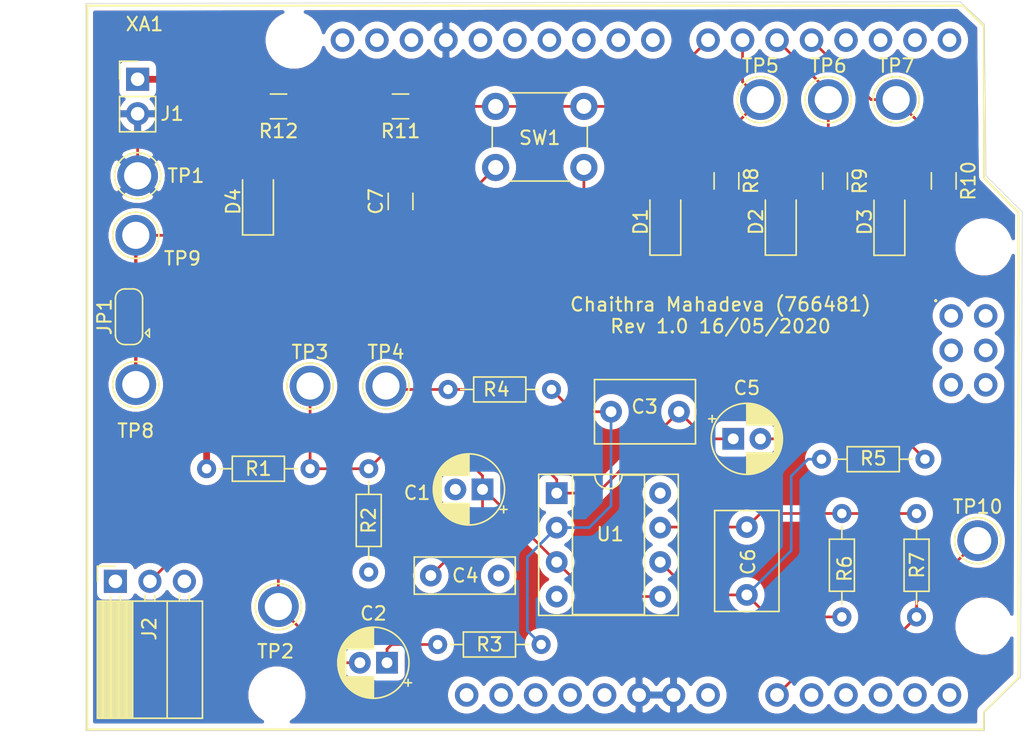
<source format=kicad_pcb>
(kicad_pcb (version 20171130) (host pcbnew "(5.1.5)-3")
  (title_block (title "24 GHz Radar for Movement Detection") (date 2020-05-16) (rev V1.1) (company "Communication major H-da"))
  (layers (0 F.Cu signal) (1 In1.Cu signal) (2 In2.Cu power) (31 B.Cu signal) (34 B.Paste user) (35 F.Paste user) (36 B.SilkS user) (37 F.SilkS user) (38 B.Mask user) (39 F.Mask user) (44 Edge.Cuts user))
  (net 0 "")
  (net 1 "Net-(C1-Pad1)")
  (net 2 GNDA)
  (net 3 /Vin)
  (net 4 "Net-(C2-Pad1)")
  (net 5 "Net-(C3-Pad2)")
  (net 6 "Net-(C3-Pad1)")
  (net 7 "Net-(C5-Pad2)")
  (net 8 "Net-(C6-Pad1)")
  (net 9 "Net-(C6-Pad2)")
  (net 10 GNDD)
  (net 11 "Net-(C7-Pad2)")
  (net 12 "Net-(D1-Pad2)")
  (net 13 "Net-(D2-Pad2)")
  (net 14 "Net-(D3-Pad2)")
  (net 15 "Net-(D4-Pad2)")
  (net 16 GND)
  (net 17 VCC)
  (net 18 /Vout)
  (net 19 "Net-(XA1-PadMISO)")
  (net 20 "Net-(XA1-PadA5)")
  (net 21 "Net-(XA1-PadA4)")
  (net 22 "Net-(XA1-PadA3)")
  (net 23 "Net-(XA1-PadA2)")
  (net 24 "Net-(XA1-PadA1)")
  (net 25 "Net-(XA1-PadD11)")
  (net 26 "Net-(XA1-PadD12)")
  (net 27 "Net-(XA1-PadD13)")
  (net 28 "Net-(XA1-PadAREF)")
  (net 29 "Net-(XA1-PadSDA)")
  (net 30 "Net-(XA1-PadSCL)")
  (net 31 "Net-(XA1-PadD10)")
  (net 32 "Net-(XA1-PadD9)")
  (net 33 "Net-(XA1-PadD8)")
  (net 34 "Net-(XA1-PadD3)")
  (net 35 "Net-(XA1-PadD2)")
  (net 36 "Net-(XA1-PadD1)")
  (net 37 "Net-(XA1-PadD0)")
  (net 38 "Net-(XA1-PadIORF)")
  (net 39 "Net-(XA1-PadRST1)")
  (net 40 "Net-(XA1-Pad3V3)")
  (net 41 "Net-(XA1-PadVIN)")
  (net 42 "Net-(XA1-Pad5V2)")
  (net 43 "Net-(XA1-PadSCK)")
  (net 44 "Net-(XA1-PadMOSI)")
  (net 45 "Net-(XA1-PadGND4)")
  (net 46 "Net-(XA1-PadRST2)")
  (net 47 "Net-(R8-Pad1)")
  (net 48 "Net-(R9-Pad1)")
  (net 49 "Net-(R10-Pad1)")
  (module Arduino_uno:Arduino_Uno_Shield (layer F.Cu) (at 68.425001 111.415001)
    (fp_text reference XA1 (at 4.218999 -51.979001) (layer F.SilkS))
    (fp_text value Arduino)
    (fp_text user . (at 62.484 -32.004) (layer F.SilkS))
    (pad MISO thru_hole oval (at 63.627 -30.48) (size 1.7272 1.7272) (drill 1.016) (layers *.Cu *.Mask) (net 19 "Net-(XA1-PadMISO)"))
    (pad A5 thru_hole oval (at 63.5 -2.54) (size 1.7272 1.7272) (drill 1.016) (layers *.Cu *.Mask) (net 20 "Net-(XA1-PadA5)"))
    (pad A4 thru_hole oval (at 60.96 -2.54) (size 1.7272 1.7272) (drill 1.016) (layers *.Cu *.Mask) (net 21 "Net-(XA1-PadA4)"))
    (pad A3 thru_hole oval (at 58.42 -2.54) (size 1.7272 1.7272) (drill 1.016) (layers *.Cu *.Mask) (net 22 "Net-(XA1-PadA3)"))
    (pad A2 thru_hole oval (at 55.88 -2.54) (size 1.7272 1.7272) (drill 1.016) (layers *.Cu *.Mask) (net 23 "Net-(XA1-PadA2)"))
    (pad A1 thru_hole oval (at 53.34 -2.54) (size 1.7272 1.7272) (drill 1.016) (layers *.Cu *.Mask) (net 24 "Net-(XA1-PadA1)"))
    (pad "" thru_hole oval (at 27.94 -2.54) (size 1.7272 1.7272) (drill 1.016) (layers *.Cu *.Mask))
    (pad D11 thru_hole oval (at 34.036 -50.8) (size 1.7272 1.7272) (drill 1.016) (layers *.Cu *.Mask) (net 25 "Net-(XA1-PadD11)"))
    (pad D12 thru_hole oval (at 31.496 -50.8) (size 1.7272 1.7272) (drill 1.016) (layers *.Cu *.Mask) (net 26 "Net-(XA1-PadD12)"))
    (pad D13 thru_hole oval (at 28.956 -50.8) (size 1.7272 1.7272) (drill 1.016) (layers *.Cu *.Mask) (net 27 "Net-(XA1-PadD13)"))
    (pad AREF thru_hole oval (at 23.876 -50.8) (size 1.7272 1.7272) (drill 1.016) (layers *.Cu *.Mask) (net 28 "Net-(XA1-PadAREF)"))
    (pad SDA thru_hole oval (at 21.336 -50.8) (size 1.7272 1.7272) (drill 1.016) (layers *.Cu *.Mask) (net 29 "Net-(XA1-PadSDA)"))
    (pad SCL thru_hole oval (at 18.796 -50.8) (size 1.7272 1.7272) (drill 1.016) (layers *.Cu *.Mask) (net 30 "Net-(XA1-PadSCL)"))
    (pad "" np_thru_hole circle (at 13.97 -2.54) (size 3.2 3.2) (drill 3.2) (layers *.Cu *.Mask))
    (pad "" np_thru_hole circle (at 15.24 -50.8) (size 3.2 3.2) (drill 3.2) (layers *.Cu *.Mask))
    (pad "" np_thru_hole circle (at 66.04 -35.56) (size 3.2 3.2) (drill 3.2) (layers *.Cu *.Mask))
    (pad "" np_thru_hole circle (at 66.04 -7.62) (size 3.2 3.2) (drill 3.2) (layers *.Cu *.Mask))
    (pad D10 thru_hole oval (at 36.576 -50.8) (size 1.7272 1.7272) (drill 1.016) (layers *.Cu *.Mask) (net 31 "Net-(XA1-PadD10)"))
    (pad D9 thru_hole oval (at 39.116 -50.8) (size 1.7272 1.7272) (drill 1.016) (layers *.Cu *.Mask) (net 32 "Net-(XA1-PadD9)"))
    (pad D8 thru_hole oval (at 41.656 -50.8) (size 1.7272 1.7272) (drill 1.016) (layers *.Cu *.Mask) (net 33 "Net-(XA1-PadD8)"))
    (pad GND1 thru_hole oval (at 26.416 -50.8) (size 1.7272 1.7272) (drill 1.016) (layers *.Cu *.Mask) (net 16 GND))
    (pad D7 thru_hole oval (at 45.72 -50.8) (size 1.7272 1.7272) (drill 1.016) (layers *.Cu *.Mask) (net 11 "Net-(C7-Pad2)"))
    (pad D6 thru_hole oval (at 48.26 -50.8) (size 1.7272 1.7272) (drill 1.016) (layers *.Cu *.Mask) (net 47 "Net-(R8-Pad1)"))
    (pad D5 thru_hole oval (at 50.8 -50.8) (size 1.7272 1.7272) (drill 1.016) (layers *.Cu *.Mask) (net 48 "Net-(R9-Pad1)"))
    (pad D4 thru_hole oval (at 53.34 -50.8) (size 1.7272 1.7272) (drill 1.016) (layers *.Cu *.Mask) (net 49 "Net-(R10-Pad1)"))
    (pad D3 thru_hole oval (at 55.88 -50.8) (size 1.7272 1.7272) (drill 1.016) (layers *.Cu *.Mask) (net 34 "Net-(XA1-PadD3)"))
    (pad D2 thru_hole oval (at 58.42 -50.8) (size 1.7272 1.7272) (drill 1.016) (layers *.Cu *.Mask) (net 35 "Net-(XA1-PadD2)"))
    (pad D1 thru_hole oval (at 60.96 -50.8) (size 1.7272 1.7272) (drill 1.016) (layers *.Cu *.Mask) (net 36 "Net-(XA1-PadD1)"))
    (pad D0 thru_hole oval (at 63.5 -50.8) (size 1.7272 1.7272) (drill 1.016) (layers *.Cu *.Mask) (net 37 "Net-(XA1-PadD0)"))
    (pad IORF thru_hole oval (at 30.48 -2.54) (size 1.7272 1.7272) (drill 1.016) (layers *.Cu *.Mask) (net 38 "Net-(XA1-PadIORF)"))
    (pad RST1 thru_hole oval (at 33.02 -2.54) (size 1.7272 1.7272) (drill 1.016) (layers *.Cu *.Mask) (net 39 "Net-(XA1-PadRST1)"))
    (pad 3V3 thru_hole oval (at 35.56 -2.54) (size 1.7272 1.7272) (drill 1.016) (layers *.Cu *.Mask) (net 40 "Net-(XA1-Pad3V3)"))
    (pad 5V1 thru_hole oval (at 38.1 -2.54) (size 1.7272 1.7272) (drill 1.016) (layers *.Cu *.Mask) (net 17 VCC))
    (pad GND2 thru_hole oval (at 40.64 -2.54) (size 1.7272 1.7272) (drill 1.016) (layers *.Cu *.Mask) (net 16 GND))
    (pad GND3 thru_hole oval (at 43.18 -2.54) (size 1.7272 1.7272) (drill 1.016) (layers *.Cu *.Mask) (net 16 GND))
    (pad VIN thru_hole oval (at 45.72 -2.54) (size 1.7272 1.7272) (drill 1.016) (layers *.Cu *.Mask) (net 41 "Net-(XA1-PadVIN)"))
    (pad A0 thru_hole oval (at 50.8 -2.54) (size 1.7272 1.7272) (drill 1.016) (layers *.Cu *.Mask) (net 18 /Vout))
    (pad 5V2 thru_hole oval (at 66.167 -30.48) (size 1.7272 1.7272) (drill 1.016) (layers *.Cu *.Mask) (net 42 "Net-(XA1-Pad5V2)"))
    (pad SCK thru_hole oval (at 63.627 -27.94) (size 1.7272 1.7272) (drill 1.016) (layers *.Cu *.Mask) (net 43 "Net-(XA1-PadSCK)"))
    (pad MOSI thru_hole oval (at 66.167 -27.94) (size 1.7272 1.7272) (drill 1.016) (layers *.Cu *.Mask) (net 44 "Net-(XA1-PadMOSI)"))
    (pad GND4 thru_hole oval (at 66.167 -25.4) (size 1.7272 1.7272) (drill 1.016) (layers *.Cu *.Mask) (net 45 "Net-(XA1-PadGND4)"))
    (pad RST2 thru_hole oval (at 63.627 -25.4) (size 1.7272 1.7272) (drill 1.016) (layers *.Cu *.Mask) (net 46 "Net-(XA1-PadRST2)"))
  )
  (module Connector_PinSocket_2.54mm:PinSocket_1x03_P2.54mm_Horizontal (layer F.Cu) (at 70.5 100.5 90)
    (fp_text reference J2 (at -3.5 2.5 90) (layer F.SilkS))
    (fp_text value Conn_01x03_Female)
    (pad 1 thru_hole rect (at 0 0 90) (size 1.7 1.7) (drill 1) (layers *.Cu *.Mask) (net 2 GNDA))
    (pad 2 thru_hole oval (at 0 2.54 90) (size 1.7 1.7) (drill 1) (layers *.Cu *.Mask) (net 3 /Vin))
    (pad 3 thru_hole oval (at 0 5.08 90) (size 1.7 1.7) (drill 1) (layers *.Cu *.Mask) (net 17 VCC))
  )
  (module TestPoint:TestPoint_Plated_Hole_D2.0mm (layer F.Cu) (at 72 75)
    (fp_text reference TP9 (at 3.438 1.708) (layer F.SilkS))
    (fp_text value GNDD)
    (pad 1 thru_hole circle (at 0 0) (size 3 3) (drill 2) (layers *.Cu *.Mask) (net 10 GNDD))
  )
  (module TestPoint:TestPoint_Plated_Hole_D2.0mm (layer F.Cu) (at 72.136 70.612)
    (fp_text reference TP1 (at 3.556 0) (layer F.SilkS))
    (fp_text value GND)
    (pad 1 thru_hole circle (at 0 0) (size 3 3) (drill 2) (layers *.Cu *.Mask) (net 16 GND))
  )
  (module TestPoint:TestPoint_Plated_Hole_D2.0mm (layer F.Cu) (at 118 65)
    (fp_text reference TP5 (at 0 -2.498) (layer F.SilkS))
    (fp_text value AUC1)
    (pad 1 thru_hole circle (at 0 0) (size 3 3) (drill 2) (layers *.Cu *.Mask) (net 47 "Net-(R8-Pad1)"))
  )
  (module TestPoint:TestPoint_Plated_Hole_D2.0mm (layer F.Cu) (at 123 65)
    (fp_text reference TP6 (at 0 -2.498) (layer F.SilkS))
    (fp_text value AUS2)
    (pad 1 thru_hole circle (at 0 0) (size 3 3) (drill 2) (layers *.Cu *.Mask) (net 48 "Net-(R9-Pad1)"))
  )
  (module TestPoint:TestPoint_Plated_Hole_D2.0mm (layer F.Cu) (at 128 65)
    (fp_text reference TP7 (at 0 -2.498) (layer F.SilkS))
    (fp_text value AUS3)
    (pad 1 thru_hole circle (at 0 0) (size 3 3) (drill 2) (layers *.Cu *.Mask) (net 49 "Net-(R10-Pad1)"))
  )
  (module Capacitor_THT:CP_Radial_D5.0mm_P2.00mm (layer F.Cu) (at 97.536 93.726 180)
    (fp_text reference C1 (at 4.826 -0.254) (layer F.SilkS))
    (fp_text value 22u)
    (pad 1 thru_hole rect (at 0 0 180) (size 1.6 1.6) (drill 0.8) (layers *.Cu *.Mask) (net 1 "Net-(C1-Pad1)"))
    (pad 2 thru_hole circle (at 2 0 180) (size 1.6 1.6) (drill 0.8) (layers *.Cu *.Mask) (net 2 GNDA))
  )
  (module Capacitor_THT:CP_Radial_D5.0mm_P2.00mm (layer F.Cu) (at 90.5 106.5 180)
    (fp_text reference C2 (at 1 3.63) (layer F.SilkS))
    (fp_text value 4.7u)
    (pad 2 thru_hole circle (at 2 0 180) (size 1.6 1.6) (drill 0.8) (layers *.Cu *.Mask) (net 3 /Vin))
    (pad 1 thru_hole rect (at 0 0 180) (size 1.6 1.6) (drill 0.8) (layers *.Cu *.Mask) (net 4 "Net-(C2-Pad1)"))
  )
  (module Capacitor_THT:C_Rect_L7.2mm_W4.5mm_P5.00mm_FKS2_FKP2_MKS2_MKP2 (layer F.Cu) (at 107 88)
    (fp_text reference C3 (at 2.474 -0.37) (layer F.SilkS))
    (fp_text value 1.5n)
    (pad 2 thru_hole circle (at 5 0) (size 1.6 1.6) (drill 0.8) (layers *.Cu *.Mask) (net 5 "Net-(C3-Pad2)"))
    (pad 1 thru_hole circle (at 0 0) (size 1.6 1.6) (drill 0.8) (layers *.Cu *.Mask) (net 6 "Net-(C3-Pad1)"))
  )
  (module Capacitor_THT:C_Rect_L7.2mm_W2.5mm_P5.00mm_FKS2_FKP2_MKS2_MKP2 (layer F.Cu) (at 93.726 100.076)
    (fp_text reference C4 (at 2.54 0) (layer F.SilkS))
    (fp_text value 100n)
    (pad 1 thru_hole circle (at 0 0) (size 1.6 1.6) (drill 0.8) (layers *.Cu *.Mask) (net 1 "Net-(C1-Pad1)"))
    (pad 2 thru_hole circle (at 5 0) (size 1.6 1.6) (drill 0.8) (layers *.Cu *.Mask) (net 2 GNDA))
  )
  (module Capacitor_THT:CP_Radial_D5.0mm_P2.00mm (layer F.Cu) (at 116 90)
    (fp_text reference C5 (at 1 -3.75) (layer F.SilkS))
    (fp_text value 4.7u)
    (pad 1 thru_hole rect (at 0 0) (size 1.6 1.6) (drill 0.8) (layers *.Cu *.Mask) (net 5 "Net-(C3-Pad2)"))
    (pad 2 thru_hole circle (at 2 0) (size 1.6 1.6) (drill 0.8) (layers *.Cu *.Mask) (net 7 "Net-(C5-Pad2)"))
  )
  (module Capacitor_THT:C_Rect_L7.2mm_W4.5mm_P5.00mm_FKS2_FKP2_MKS2_MKP2 (layer F.Cu) (at 117 96.5 270)
    (fp_text reference C6 (at 2.56 -0.094 90) (layer F.SilkS))
    (fp_text value 3.3n)
    (pad 1 thru_hole circle (at 0 0 270) (size 1.6 1.6) (drill 0.8) (layers *.Cu *.Mask) (net 8 "Net-(C6-Pad1)"))
    (pad 2 thru_hole circle (at 5 0 270) (size 1.6 1.6) (drill 0.8) (layers *.Cu *.Mask) (net 9 "Net-(C6-Pad2)"))
  )
  (module Capacitor_SMD:C_1206_3216Metric_Pad1.42x1.75mm_HandSolder (layer F.Cu) (at 91.5 72.5 90)
    (fp_text reference C7 (at 0 -1.82 90) (layer F.SilkS))
    (fp_text value 100n)
    (pad 1 smd roundrect (at -1.4875 0 90) (size 1.425 1.75) (layers F.Cu F.Paste F.Mask) (roundrect_rratio 0.175439) (net 10 GNDD))
    (pad 2 smd roundrect (at 1.4875 0 90) (size 1.425 1.75) (layers F.Cu F.Paste F.Mask) (roundrect_rratio 0.175439) (net 11 "Net-(C7-Pad2)"))
  )
  (module LED_SMD:LED_1206_3216Metric_Pad1.42x1.75mm_HandSolder (layer F.Cu) (at 111 74 90)
    (fp_text reference D1 (at 0 -1.82 90) (layer F.SilkS))
    (fp_text value Yellow)
    (pad 1 smd roundrect (at -1.4875 0 90) (size 1.425 1.75) (layers F.Cu F.Paste F.Mask) (roundrect_rratio 0.175439) (net 10 GNDD))
    (pad 2 smd roundrect (at 1.4875 0 90) (size 1.425 1.75) (layers F.Cu F.Paste F.Mask) (roundrect_rratio 0.175439) (net 12 "Net-(D1-Pad2)"))
  )
  (module LED_SMD:LED_1206_3216Metric_Pad1.42x1.75mm_HandSolder (layer F.Cu) (at 119.5 74 90)
    (fp_text reference D2 (at 0 -1.82 90) (layer F.SilkS))
    (fp_text value Green)
    (pad 2 smd roundrect (at 1.4875 0 90) (size 1.425 1.75) (layers F.Cu F.Paste F.Mask) (roundrect_rratio 0.175439) (net 13 "Net-(D2-Pad2)"))
    (pad 1 smd roundrect (at -1.4875 0 90) (size 1.425 1.75) (layers F.Cu F.Paste F.Mask) (roundrect_rratio 0.175439) (net 10 GNDD))
  )
  (module LED_SMD:LED_1206_3216Metric_Pad1.42x1.75mm_HandSolder (layer F.Cu) (at 127.5 74.0125 90)
    (fp_text reference D3 (at 0 -1.82 90) (layer F.SilkS))
    (fp_text value Red)
    (pad 1 smd roundrect (at -1.4875 0 90) (size 1.425 1.75) (layers F.Cu F.Paste F.Mask) (roundrect_rratio 0.175439) (net 10 GNDD))
    (pad 2 smd roundrect (at 1.4875 0 90) (size 1.425 1.75) (layers F.Cu F.Paste F.Mask) (roundrect_rratio 0.175439) (net 14 "Net-(D3-Pad2)"))
  )
  (module LED_SMD:LED_1206_3216Metric_Pad1.42x1.75mm_HandSolder (layer F.Cu) (at 81 72.5125 90)
    (fp_text reference D4 (at 0 -1.82 90) (layer F.SilkS))
    (fp_text value "Blue LED")
    (pad 2 smd roundrect (at 1.4875 0 90) (size 1.425 1.75) (layers F.Cu F.Paste F.Mask) (roundrect_rratio 0.175439) (net 15 "Net-(D4-Pad2)"))
    (pad 1 smd roundrect (at -1.4875 0 90) (size 1.425 1.75) (layers F.Cu F.Paste F.Mask) (roundrect_rratio 0.175439) (net 10 GNDD))
  )
  (module TestPoint:TestPoint_Plated_Hole_D2.0mm (layer F.Cu) (at 72 86)
    (fp_text reference TP8 (at 0 3.408) (layer F.SilkS))
    (fp_text value GNDA)
    (pad 1 thru_hole circle (at 0 0) (size 3 3) (drill 2) (layers *.Cu *.Mask) (net 2 GNDA))
  )
  (module Connector_PinHeader_2.54mm:PinHeader_1x02_P2.54mm_Vertical (layer F.Cu) (at 72.136 63.5)
    (fp_text reference J1 (at 2.54 2.54) (layer F.SilkS))
    (fp_text value Conn_01x02_Male)
    (pad 1 thru_hole rect (at 0 0) (size 1.7 1.7) (drill 1) (layers *.Cu *.Mask) (net 17 VCC))
    (pad 2 thru_hole oval (at 0 2.54) (size 1.7 1.7) (drill 1) (layers *.Cu *.Mask) (net 16 GND))
  )
  (module Jumper:SolderJumper-3_P1.3mm_Open_RoundedPad1.0x1.5mm (layer F.Cu) (at 71.5 81 90)
    (fp_text reference JP1 (at 0 -1.8 90) (layer F.SilkS))
    (fp_text value JMP)
    (pad 1 smd custom (at -1.3 0 90) (size 1 0.5) (layers F.Cu F.Mask) (net 2 GNDA) (options (clearance outline) (anchor rect)) (primitives (gr_circle (center 0 0.25) (end 0.5 0.25) (width 0)) (gr_circle (center 0 -0.25) (end 0.5 -0.25) (width 0)) (gr_poly (pts (xy 0.55 -0.75) (xy 0 -0.75) (xy 0 0.75) (xy 0.55 0.75)) (width 0))))
    (pad 3 smd custom (at 1.3 0 90) (size 1 0.5) (layers F.Cu F.Mask) (net 10 GNDD) (options (clearance outline) (anchor rect)) (primitives (gr_circle (center 0 0.25) (end 0.5 0.25) (width 0)) (gr_circle (center 0 -0.25) (end 0.5 -0.25) (width 0)) (gr_poly (pts (xy -0.55 -0.75) (xy 0 -0.75) (xy 0 0.75) (xy -0.55 0.75)) (width 0))))
    (pad 2 smd rect (at 0 0 90) (size 1 1.5) (layers F.Cu F.Mask) (net 16 GND))
  )
  (module Resistor_THT:R_Axial_DIN0204_L3.6mm_D1.6mm_P7.62mm_Horizontal (layer F.Cu) (at 77.216 92.202)
    (fp_text reference R1 (at 3.81 0) (layer F.SilkS))
    (fp_text value 1k)
    (pad 1 thru_hole circle (at 0 0) (size 1.4 1.4) (drill 0.7) (layers *.Cu *.Mask) (net 17 VCC))
    (pad 2 thru_hole oval (at 7.62 0) (size 1.4 1.4) (drill 0.7) (layers *.Cu *.Mask) (net 1 "Net-(C1-Pad1)"))
  )
  (module Resistor_THT:R_Axial_DIN0204_L3.6mm_D1.6mm_P7.62mm_Horizontal (layer F.Cu) (at 89.154 92.202 270)
    (fp_text reference R2 (at 3.81 0 90) (layer F.SilkS))
    (fp_text value 1k)
    (pad 2 thru_hole oval (at 7.62 0 270) (size 1.4 1.4) (drill 0.7) (layers *.Cu *.Mask) (net 2 GNDA))
    (pad 1 thru_hole circle (at 0 0 270) (size 1.4 1.4) (drill 0.7) (layers *.Cu *.Mask) (net 1 "Net-(C1-Pad1)"))
  )
  (module Resistor_THT:R_Axial_DIN0204_L3.6mm_D1.6mm_P7.62mm_Horizontal (layer F.Cu) (at 101.854 105.156 180)
    (fp_text reference R3 (at 3.81 0) (layer F.SilkS))
    (fp_text value 2.2k)
    (pad 1 thru_hole circle (at 0 0 180) (size 1.4 1.4) (drill 0.7) (layers *.Cu *.Mask) (net 6 "Net-(C3-Pad1)"))
    (pad 2 thru_hole oval (at 7.62 0 180) (size 1.4 1.4) (drill 0.7) (layers *.Cu *.Mask) (net 4 "Net-(C2-Pad1)"))
  )
  (module Resistor_THT:R_Axial_DIN0204_L3.6mm_D1.6mm_P7.62mm_Horizontal (layer F.Cu) (at 94.996 86.36)
    (fp_text reference R4 (at 3.556 0) (layer F.SilkS))
    (fp_text value 220k)
    (pad 1 thru_hole circle (at 0 0) (size 1.4 1.4) (drill 0.7) (layers *.Cu *.Mask) (net 5 "Net-(C3-Pad2)"))
    (pad 2 thru_hole oval (at 7.62 0) (size 1.4 1.4) (drill 0.7) (layers *.Cu *.Mask) (net 6 "Net-(C3-Pad1)"))
  )
  (module Resistor_THT:R_Axial_DIN0204_L3.6mm_D1.6mm_P7.62mm_Horizontal (layer F.Cu) (at 122.5 91.5)
    (fp_text reference R5 (at 3.81 -0.06) (layer F.SilkS))
    (fp_text value 2.2k)
    (pad 2 thru_hole oval (at 7.62 0) (size 1.4 1.4) (drill 0.7) (layers *.Cu *.Mask) (net 7 "Net-(C5-Pad2)"))
    (pad 1 thru_hole circle (at 0 0) (size 1.4 1.4) (drill 0.7) (layers *.Cu *.Mask) (net 9 "Net-(C6-Pad2)"))
  )
  (module Resistor_THT:R_Axial_DIN0204_L3.6mm_D1.6mm_P7.62mm_Horizontal (layer F.Cu) (at 124 95.5 270)
    (fp_text reference R6 (at 4.068 -0.206 90) (layer F.SilkS))
    (fp_text value 100k)
    (pad 1 thru_hole circle (at 0 0 270) (size 1.4 1.4) (drill 0.7) (layers *.Cu *.Mask) (net 8 "Net-(C6-Pad1)"))
    (pad 2 thru_hole oval (at 7.62 0 270) (size 1.4 1.4) (drill 0.7) (layers *.Cu *.Mask) (net 9 "Net-(C6-Pad2)"))
  )
  (module Resistor_THT:R_Axial_DIN0204_L3.6mm_D1.6mm_P7.62mm_Horizontal (layer F.Cu) (at 129.5 103.124 90)
    (fp_text reference R7 (at 3.81 0.04 90) (layer F.SilkS))
    (fp_text value 100)
    (pad 2 thru_hole oval (at 7.62 0 90) (size 1.4 1.4) (drill 0.7) (layers *.Cu *.Mask) (net 8 "Net-(C6-Pad1)"))
    (pad 1 thru_hole circle (at 0 0 90) (size 1.4 1.4) (drill 0.7) (layers *.Cu *.Mask) (net 18 /Vout))
  )
  (module Resistor_SMD:R_1206_3216Metric_Pad1.42x1.75mm_HandSolder (layer F.Cu) (at 115.5 70.9875 270)
    (fp_text reference R8 (at 0 -1.82 90) (layer F.SilkS))
    (fp_text value 470)
    (pad 2 smd roundrect (at 1.4875 0 270) (size 1.425 1.75) (layers F.Cu F.Paste F.Mask) (roundrect_rratio 0.175439) (net 12 "Net-(D1-Pad2)"))
    (pad 1 smd roundrect (at -1.4875 0 270) (size 1.425 1.75) (layers F.Cu F.Paste F.Mask) (roundrect_rratio 0.175439) (net 47 "Net-(R8-Pad1)"))
  )
  (module Resistor_SMD:R_1206_3216Metric_Pad1.42x1.75mm_HandSolder (layer F.Cu) (at 123.5 71 270)
    (fp_text reference R9 (at 0 -1.82 90) (layer F.SilkS))
    (fp_text value 470)
    (pad 1 smd roundrect (at -1.4875 0 270) (size 1.425 1.75) (layers F.Cu F.Paste F.Mask) (roundrect_rratio 0.175439) (net 48 "Net-(R9-Pad1)"))
    (pad 2 smd roundrect (at 1.4875 0 270) (size 1.425 1.75) (layers F.Cu F.Paste F.Mask) (roundrect_rratio 0.175439) (net 13 "Net-(D2-Pad2)"))
  )
  (module Resistor_SMD:R_1206_3216Metric_Pad1.42x1.75mm_HandSolder (layer F.Cu) (at 131.5 70.9875 270)
    (fp_text reference R10 (at 0 -1.82 90) (layer F.SilkS))
    (fp_text value 470)
    (pad 2 smd roundrect (at 1.4875 0 270) (size 1.425 1.75) (layers F.Cu F.Paste F.Mask) (roundrect_rratio 0.175439) (net 14 "Net-(D3-Pad2)"))
    (pad 1 smd roundrect (at -1.4875 0 270) (size 1.425 1.75) (layers F.Cu F.Paste F.Mask) (roundrect_rratio 0.175439) (net 49 "Net-(R10-Pad1)"))
  )
  (module Resistor_SMD:R_1206_3216Metric_Pad1.42x1.75mm_HandSolder (layer F.Cu) (at 91.5 65.5 180)
    (fp_text reference R11 (at 0 -1.82) (layer F.SilkS))
    (fp_text value 1k)
    (pad 1 smd roundrect (at -1.4875 0 180) (size 1.425 1.75) (layers F.Cu F.Paste F.Mask) (roundrect_rratio 0.175439) (net 11 "Net-(C7-Pad2)"))
    (pad 2 smd roundrect (at 1.4875 0 180) (size 1.425 1.75) (layers F.Cu F.Paste F.Mask) (roundrect_rratio 0.175439) (net 17 VCC))
  )
  (module Resistor_SMD:R_1206_3216Metric_Pad1.42x1.75mm_HandSolder (layer F.Cu) (at 82.5125 65.5 180)
    (fp_text reference R12 (at 0 -1.82) (layer F.SilkS))
    (fp_text value 470)
    (pad 1 smd roundrect (at -1.4875 0 180) (size 1.425 1.75) (layers F.Cu F.Paste F.Mask) (roundrect_rratio 0.175439) (net 17 VCC))
    (pad 2 smd roundrect (at 1.4875 0 180) (size 1.425 1.75) (layers F.Cu F.Paste F.Mask) (roundrect_rratio 0.175439) (net 15 "Net-(D4-Pad2)"))
  )
  (module TestPoint:TestPoint_Plated_Hole_D2.0mm (layer F.Cu) (at 84.836 86.106)
    (fp_text reference TP3 (at 0 -2.498) (layer F.SilkS))
    (fp_text value OPVCC)
    (pad 1 thru_hole circle (at 0 0) (size 3 3) (drill 2) (layers *.Cu *.Mask) (net 1 "Net-(C1-Pad1)"))
  )
  (module Button_Switch_THT:SW_PUSH_6mm_H4.3mm (layer F.Cu) (at 98.5 65.5)
    (fp_text reference SW1 (at 3.25 2.318) (layer F.SilkS))
    (fp_text value SW_Push)
    (pad 2 thru_hole circle (at 0 4.5 90) (size 2 2) (drill 1.1) (layers *.Cu *.Mask) (net 10 GNDD))
    (pad 1 thru_hole circle (at 0 0 90) (size 2 2) (drill 1.1) (layers *.Cu *.Mask) (net 11 "Net-(C7-Pad2)"))
    (pad 2 thru_hole circle (at 6.5 4.5 90) (size 2 2) (drill 1.1) (layers *.Cu *.Mask) (net 10 GNDD))
    (pad 1 thru_hole circle (at 6.5 0 90) (size 2 2) (drill 1.1) (layers *.Cu *.Mask) (net 11 "Net-(C7-Pad2)"))
  )
  (module Package_DIP:DIP-8_W7.62mm_Socket (layer F.Cu) (at 103 94)
    (fp_text reference U1 (at 3.934 3.028) (layer F.SilkS))
    (fp_text value LM358)
    (pad 1 thru_hole rect (at 0 0) (size 1.6 1.6) (drill 0.8) (layers *.Cu *.Mask) (net 5 "Net-(C3-Pad2)"))
    (pad 5 thru_hole oval (at 7.62 7.62) (size 1.6 1.6) (drill 0.8) (layers *.Cu *.Mask) (net 1 "Net-(C1-Pad1)"))
    (pad 2 thru_hole oval (at 0 2.54) (size 1.6 1.6) (drill 0.8) (layers *.Cu *.Mask) (net 6 "Net-(C3-Pad1)"))
    (pad 6 thru_hole oval (at 7.62 5.08) (size 1.6 1.6) (drill 0.8) (layers *.Cu *.Mask) (net 9 "Net-(C6-Pad2)"))
    (pad 3 thru_hole oval (at 0 5.08) (size 1.6 1.6) (drill 0.8) (layers *.Cu *.Mask) (net 1 "Net-(C1-Pad1)"))
    (pad 7 thru_hole oval (at 7.62 2.54) (size 1.6 1.6) (drill 0.8) (layers *.Cu *.Mask) (net 8 "Net-(C6-Pad1)"))
    (pad 4 thru_hole oval (at 0 7.62) (size 1.6 1.6) (drill 0.8) (layers *.Cu *.Mask) (net 2 GNDA))
    (pad 8 thru_hole oval (at 7.62 0) (size 1.6 1.6) (drill 0.8) (layers *.Cu *.Mask) (net 17 VCC))
  )
  (module TestPoint:TestPoint_Plated_Hole_D2.0mm (layer F.Cu) (at 82.5 102.362)
    (fp_text reference TP2 (at -0.204 3.302) (layer F.SilkS))
    (fp_text value VIN)
    (pad 1 thru_hole circle (at 0 0) (size 3 3) (drill 2) (layers *.Cu *.Mask) (net 3 /Vin))
  )
  (module TestPoint:TestPoint_Plated_Hole_D2.0mm (layer F.Cu) (at 90.424 86.106)
    (fp_text reference TP4 (at 0 -2.498) (layer F.SilkS))
    (fp_text value VOUT1)
    (pad 1 thru_hole circle (at 0 0) (size 3 3) (drill 2) (layers *.Cu *.Mask) (net 5 "Net-(C3-Pad2)"))
  )
  (module TestPoint:TestPoint_Plated_Hole_D2.0mm (layer F.Cu) (at 134 97.5)
    (fp_text reference TP10 (at 0 -2.498) (layer F.SilkS))
    (fp_text value VOUT2)
    (pad 1 thru_hole circle (at 0 0) (size 3 3) (drill 2) (layers *.Cu *.Mask) (net 18 /Vout))
  )
  (gr_text "Chaithra Mahadeva (766481)\nRev 1.0 16/05/2020" (at 115.062 80.899) (layer F.SilkS) (effects (font (size 1 1))))
  (gr_line (start 68.326 57.912) (end 132.715 57.785) (layer Edge.Cuts) (width 0.05))
  (gr_line (start 68.326 111.506) (end 68.326 57.912) (layer Edge.Cuts) (width 0.05))
  (gr_line (start 134.493 111.506) (end 68.326 111.506) (layer Edge.Cuts) (width 0.05))
  (gr_line (start 134.493 110.109) (end 134.493 111.506) (layer Edge.Cuts) (width 0.05))
  (gr_line (start 137.16 107.569) (end 134.493 110.109) (layer Edge.Cuts) (width 0.05))
  (gr_line (start 137.287 73.279) (end 137.16 107.569) (layer Edge.Cuts) (width 0.05))
  (gr_line (start 134.62 70.612) (end 137.287 73.279) (layer Edge.Cuts) (width 0.05))
  (gr_line (start 134.493 59.436) (end 134.62 70.612) (layer Edge.Cuts) (width 0.05))
  (gr_line (start 132.715 57.785) (end 134.493 59.436) (layer Edge.Cuts) (width 0.05))
  (segment (start 97.646 93.726) (end 97.536 93.726) (width 0.2) (layer F.Cu) (net 1))
  (segment (start 103 99.08) (end 97.646 93.726) (width 0.2) (layer F.Cu) (net 1))
  (segment (start 97.536 96.266) (end 93.726 100.076) (width 0.2) (layer F.Cu) (net 1))
  (segment (start 97.536 93.726) (end 97.536 96.266) (width 0.2) (layer F.Cu) (net 1))
  (segment (start 97.536 92.726) (end 95.361 90.551) (width 0.2) (layer F.Cu) (net 1))
  (segment (start 97.536 93.726) (end 97.536 92.726) (width 0.2) (layer F.Cu) (net 1))
  (segment (start 90.805 90.551) (end 89.154 92.202) (width 0.2) (layer F.Cu) (net 1))
  (segment (start 95.361 90.551) (end 90.805 90.551) (width 0.2) (layer F.Cu) (net 1))
  (segment (start 105.54 101.62) (end 110.62 101.62) (width 0.2) (layer F.Cu) (net 1))
  (segment (start 103 99.08) (end 105.54 101.62) (width 0.2) (layer F.Cu) (net 1))
  (segment (start 89.154 92.202) (end 84.836 92.202) (width 0.2) (layer F.Cu) (net 1))
  (segment (start 84.836 92.202) (end 84.836 86.106) (width 0.2) (layer F.Cu) (net 1))
  (segment (start 72 82.8) (end 71.5 82.3) (width 0.25) (layer F.Cu) (net 2))
  (segment (start 72 86) (end 72 82.8) (width 0.25) (layer F.Cu) (net 2))
  (segment (start 88.5 106.5) (end 86.638 106.5) (width 0.2) (layer F.Cu) (net 3))
  (segment (start 86.638 106.5) (end 82.5 102.362) (width 0.2) (layer F.Cu) (net 3))
  (segment (start 82.5 100.24068) (end 80.25932 98) (width 0.2) (layer F.Cu) (net 3))
  (segment (start 82.5 102.362) (end 82.5 100.24068) (width 0.2) (layer F.Cu) (net 3))
  (segment (start 80.25932 98) (end 75.54 98) (width 0.2) (layer F.Cu) (net 3))
  (segment (start 75.54 98) (end 73.04 100.5) (width 0.2) (layer F.Cu) (net 3))
  (segment (start 90.5 105.5) (end 90.5 106.5) (width 0.2) (layer F.Cu) (net 4))
  (segment (start 90.844 105.156) (end 90.5 105.5) (width 0.2) (layer F.Cu) (net 4))
  (segment (start 94.234 105.156) (end 90.844 105.156) (width 0.2) (layer F.Cu) (net 4))
  (segment (start 94.742 86.106) (end 94.996 86.36) (width 0.25) (layer F.Cu) (net 5))
  (segment (start 102.636 94) (end 103 94) (width 0.25) (layer F.Cu) (net 5))
  (segment (start 114 90) (end 112 88) (width 0.2) (layer F.Cu) (net 5))
  (segment (start 116 90) (end 114 90) (width 0.2) (layer F.Cu) (net 5))
  (segment (start 106 94) (end 103 94) (width 0.2) (layer F.Cu) (net 5))
  (segment (start 112 88) (end 106 94) (width 0.2) (layer F.Cu) (net 5))
  (segment (start 96.36 86.36) (end 95.985949 86.36) (width 0.2) (layer F.Cu) (net 5))
  (segment (start 103 93) (end 96.36 86.36) (width 0.2) (layer F.Cu) (net 5))
  (segment (start 95.985949 86.36) (end 94.996 86.36) (width 0.2) (layer F.Cu) (net 5))
  (segment (start 103 94) (end 103 93) (width 0.2) (layer F.Cu) (net 5))
  (segment (start 90.678 86.36) (end 90.424 86.106) (width 0.2) (layer F.Cu) (net 5))
  (segment (start 94.996 86.36) (end 90.678 86.36) (width 0.2) (layer F.Cu) (net 5))
  (segment (start 103 96.54) (end 105.39 96.54) (width 0.2) (layer B.Cu) (net 6))
  (segment (start 107 94.93) (end 107 88) (width 0.2) (layer B.Cu) (net 6))
  (segment (start 105.39 96.54) (end 107 94.93) (width 0.2) (layer B.Cu) (net 6))
  (segment (start 103 96.54) (end 100.838 98.702) (width 0.2) (layer B.Cu) (net 6))
  (segment (start 100.838 104.14) (end 101.854 105.156) (width 0.2) (layer B.Cu) (net 6))
  (segment (start 100.838 98.702) (end 100.838 104.14) (width 0.2) (layer B.Cu) (net 6))
  (segment (start 104.256 88) (end 102.616 86.36) (width 0.2) (layer F.Cu) (net 6))
  (segment (start 107 88) (end 104.256 88) (width 0.2) (layer F.Cu) (net 6))
  (segment (start 128.62 90) (end 118 90) (width 0.2) (layer F.Cu) (net 7))
  (segment (start 130.12 91.5) (end 128.62 90) (width 0.2) (layer F.Cu) (net 7))
  (segment (start 129.496 95.5) (end 129.5 95.504) (width 0.25) (layer F.Cu) (net 8))
  (segment (start 124.004 95.504) (end 124 95.5) (width 0.2) (layer F.Cu) (net 8))
  (segment (start 129.5 95.504) (end 124.004 95.504) (width 0.2) (layer F.Cu) (net 8))
  (segment (start 118 95.5) (end 117 96.5) (width 0.2) (layer F.Cu) (net 8))
  (segment (start 124 95.5) (end 118 95.5) (width 0.2) (layer F.Cu) (net 8))
  (segment (start 110.66 96.5) (end 110.62 96.54) (width 0.2) (layer F.Cu) (net 8))
  (segment (start 117 96.5) (end 110.66 96.5) (width 0.2) (layer F.Cu) (net 8))
  (segment (start 118.62 103.12) (end 117 101.5) (width 0.2) (layer F.Cu) (net 9))
  (segment (start 124 103.12) (end 118.62 103.12) (width 0.2) (layer F.Cu) (net 9))
  (segment (start 113.04 101.5) (end 110.62 99.08) (width 0.2) (layer F.Cu) (net 9))
  (segment (start 117 101.5) (end 113.04 101.5) (width 0.2) (layer F.Cu) (net 9))
  (segment (start 121.510051 91.5) (end 120.269 92.741051) (width 0.2) (layer B.Cu) (net 9))
  (segment (start 122.5 91.5) (end 121.510051 91.5) (width 0.2) (layer B.Cu) (net 9))
  (segment (start 120.269 98.231) (end 117 101.5) (width 0.2) (layer B.Cu) (net 9))
  (segment (start 120.269 92.741051) (end 120.269 98.231) (width 0.2) (layer B.Cu) (net 9))
  (segment (start 91.4875 74) (end 91.5 73.9875) (width 0.25) (layer F.Cu) (net 10))
  (segment (start 110.4875 75.4875) (end 111 75.4875) (width 0.25) (layer F.Cu) (net 10))
  (segment (start 111 75.4875) (end 111.875 75.4875) (width 0.25) (layer F.Cu) (net 10))
  (segment (start 127.4875 75.4875) (end 127.5 75.5) (width 0.25) (layer F.Cu) (net 10))
  (segment (start 111 75.4875) (end 111 74.775) (width 0.25) (layer F.Cu) (net 10))
  (segment (start 119.5125 75.5) (end 119.5 75.4875) (width 0.2) (layer F.Cu) (net 10))
  (segment (start 127.5 75.5) (end 119.5125 75.5) (width 0.2) (layer F.Cu) (net 10))
  (segment (start 118.625 75.4875) (end 111 75.4875) (width 0.2) (layer F.Cu) (net 10))
  (segment (start 119.5 75.4875) (end 118.625 75.4875) (width 0.2) (layer F.Cu) (net 10))
  (segment (start 111 75.4875) (end 107.7455 75.4875) (width 0.2) (layer F.Cu) (net 10))
  (segment (start 105 72.742) (end 105 70) (width 0.2) (layer F.Cu) (net 10))
  (segment (start 91.4465 74.041) (end 91.5 73.9875) (width 0.2) (layer F.Cu) (net 10))
  (segment (start 81.041 74.041) (end 81 74) (width 0.2) (layer F.Cu) (net 10))
  (segment (start 71.954064 79.245936) (end 71.5 79.7) (width 0.25) (layer F.Cu) (net 10))
  (segment (start 72 79.2) (end 71.954064 79.245936) (width 0.25) (layer F.Cu) (net 10))
  (segment (start 72 75) (end 72 79.2) (width 0.25) (layer F.Cu) (net 10))
  (segment (start 107.7455 75.4875) (end 105 72.742) (width 0.2) (layer F.Cu) (net 10))
  (segment (start 81 74.7125) (end 81 74) (width 0.2) (layer F.Cu) (net 10))
  (segment (start 80.7125 75) (end 81 74.7125) (width 0.2) (layer F.Cu) (net 10))
  (segment (start 72 75) (end 80.7125 75) (width 0.2) (layer F.Cu) (net 10))
  (segment (start 94.5125 73.9875) (end 98.5 70) (width 0.2) (layer F.Cu) (net 10))
  (segment (start 91.5 73.9875) (end 94.5125 73.9875) (width 0.2) (layer F.Cu) (net 10))
  (segment (start 92.9875 66.375) (end 92.9875 65.5) (width 0.25) (layer F.Cu) (net 11))
  (segment (start 92.9875 65.5) (end 93.7 65.5) (width 0.25) (layer F.Cu) (net 11))
  (segment (start 109.260002 65.5) (end 105 65.5) (width 0.2) (layer F.Cu) (net 11))
  (segment (start 114.145001 60.615001) (end 109.260002 65.5) (width 0.2) (layer F.Cu) (net 11))
  (segment (start 97.085787 65.5) (end 92.9875 65.5) (width 0.2) (layer F.Cu) (net 11))
  (segment (start 98.5 65.5) (end 97.085787 65.5) (width 0.2) (layer F.Cu) (net 11))
  (segment (start 105 65.5) (end 98.5 65.5) (width 0.2) (layer F.Cu) (net 11))
  (segment (start 92.9875 70.4) (end 92.375 71.0125) (width 0.2) (layer F.Cu) (net 11))
  (segment (start 92.375 71.0125) (end 91.5 71.0125) (width 0.2) (layer F.Cu) (net 11))
  (segment (start 92.9875 65.5) (end 92.9875 70.4) (width 0.2) (layer F.Cu) (net 11))
  (segment (start 111.0375 72.475) (end 111 72.5125) (width 0.25) (layer F.Cu) (net 12))
  (segment (start 111 72.5125) (end 115.4625 72.5125) (width 0.2) (layer F.Cu) (net 12))
  (segment (start 115.4625 72.5125) (end 115.5 72.475) (width 0.2) (layer F.Cu) (net 12))
  (segment (start 119.525 72.4875) (end 119.5 72.5125) (width 0.25) (layer F.Cu) (net 13))
  (segment (start 123.475 72.5125) (end 123.5 72.4875) (width 0.2) (layer F.Cu) (net 13))
  (segment (start 119.5 72.5125) (end 123.475 72.5125) (width 0.2) (layer F.Cu) (net 13))
  (segment (start 127.55 72.475) (end 127.5 72.525) (width 0.2) (layer F.Cu) (net 14))
  (segment (start 131.5 72.475) (end 127.55 72.475) (width 0.2) (layer F.Cu) (net 14))
  (segment (start 81.025 71) (end 81 71.025) (width 0.2) (layer F.Cu) (net 15))
  (segment (start 81.025 65.5) (end 81.025 71) (width 0.2) (layer F.Cu) (net 15))
  (segment (start 110.383687 108.875001) (end 109.065001 108.875001) (width 0.2) (layer F.Cu) (net 16))
  (segment (start 111.605001 108.875001) (end 110.383687 108.875001) (width 0.2) (layer F.Cu) (net 16))
  (segment (start 72.136 67.242081) (end 72.136 70.612) (width 0.2) (layer F.Cu) (net 16))
  (segment (start 72.136 66.04) (end 72.136 67.242081) (width 0.2) (layer F.Cu) (net 16))
  (segment (start 90.0125 65.5) (end 84 65.5) (width 0.5) (layer F.Cu) (net 17))
  (segment (start 73.486 63.5) (end 72.136 63.5) (width 0.5) (layer F.Cu) (net 17))
  (segment (start 82.875 63.5) (end 73.486 63.5) (width 0.5) (layer F.Cu) (net 17))
  (segment (start 84 64.625) (end 82.875 63.5) (width 0.5) (layer F.Cu) (net 17))
  (segment (start 84 65.5) (end 84 64.625) (width 0.5) (layer F.Cu) (net 17))
  (segment (start 77.216 92.202) (end 77.216 84.328) (width 0.5) (layer F.Cu) (net 17))
  (segment (start 84 77.544) (end 84 65.5) (width 0.5) (layer F.Cu) (net 17))
  (segment (start 77.216 84.328) (end 84 77.544) (width 0.5) (layer F.Cu) (net 17))
  (segment (start 129.5 102) (end 129.5 103.124) (width 0.2) (layer F.Cu) (net 18))
  (segment (start 134 97.5) (end 129.5 102) (width 0.2) (layer F.Cu) (net 18))
  (segment (start 129.5 103.124) (end 125.69 106.934) (width 0.2) (layer F.Cu) (net 18))
  (segment (start 121.166002 106.934) (end 119.225001 108.875001) (width 0.2) (layer F.Cu) (net 18))
  (segment (start 125.69 106.934) (end 121.166002 106.934) (width 0.2) (layer F.Cu) (net 18))
  (segment (start 115.5 67.5) (end 115.5 69.5) (width 0.2) (layer F.Cu) (net 47))
  (segment (start 118 65) (end 115.5 67.5) (width 0.2) (layer F.Cu) (net 47))
  (segment (start 116.685001 63.685001) (end 118 65) (width 0.2) (layer F.Cu) (net 47))
  (segment (start 116.685001 60.615001) (end 116.685001 63.685001) (width 0.2) (layer F.Cu) (net 47))
  (segment (start 123 69.0125) (end 123.5 69.5125) (width 0.2) (layer F.Cu) (net 48))
  (segment (start 123 65) (end 123 69.0125) (width 0.2) (layer F.Cu) (net 48))
  (segment (start 123 64.39) (end 123 65) (width 0.2) (layer F.Cu) (net 48))
  (segment (start 119.225001 60.615001) (end 123 64.39) (width 0.2) (layer F.Cu) (net 48))
  (segment (start 126.15 65) (end 128 65) (width 0.2) (layer F.Cu) (net 49))
  (segment (start 121.765001 60.615001) (end 126.15 65) (width 0.2) (layer F.Cu) (net 49))
  (segment (start 131.5 68.5) (end 131.5 69.5) (width 0.2) (layer F.Cu) (net 49))
  (segment (start 128 65) (end 131.5 68.5) (width 0.2) (layer F.Cu) (net 49))
  (zone (net 16) (net_name GND) (layer F.Cu) (connect_pads (clearance 0.508)) (min_thickness 0.254) (fill yes (arc_segments 32) (thermal_gap 0.508) (thermal_bridge_width 0.508))
    (polygon (pts (xy 134.874 59.69) (xy 134.874 70.612) (xy 137.414 73.406) (xy 137.414 107.696) (xy 134.62 109.982) (xy 134.62 111.506) (xy 68.326 111.506) (xy 68.326 57.658) (xy 132.588 57.658)))
  )
  (zone (net 16) (net_name GND) (layer B.Cu) (connect_pads (clearance 0.508)) (min_thickness 0.254) (fill yes (arc_segments 32) (thermal_gap 0.508) (thermal_bridge_width 0.508))
    (polygon (pts (xy 134.874 59.69) (xy 134.874 70.612) (xy 137.414 73.152) (xy 137.414 107.95) (xy 134.62 109.982) (xy 134.62 111.506) (xy 68.326 111.506) (xy 68.326 57.658) (xy 132.588 57.658)))
  )
)
</source>
